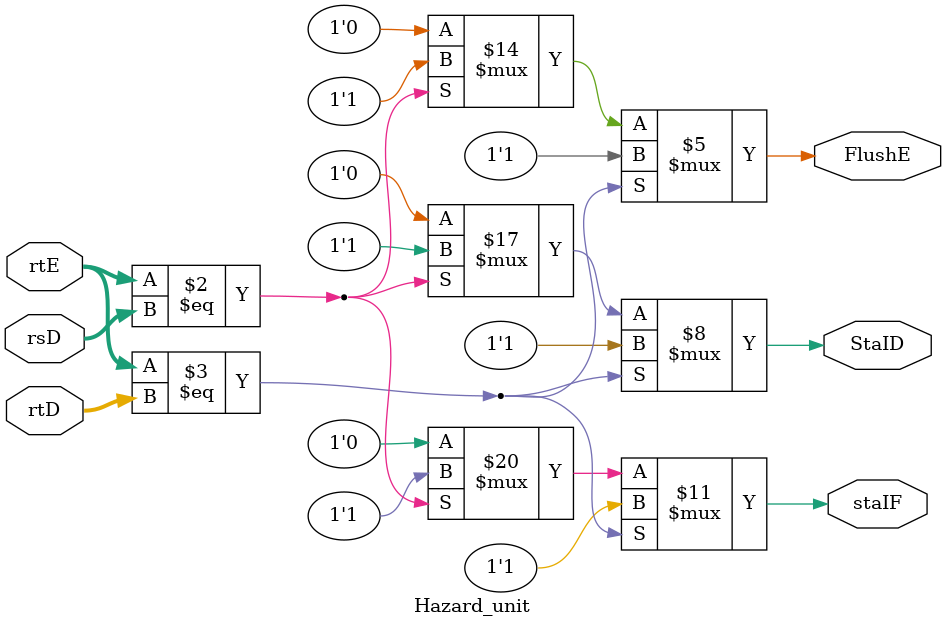
<source format=v>
`timescale 1ns / 1ps

module Hazard_unit
(
 
input [4:0] rtE , rsD , rtD ,

output reg staIF , StaID , FlushE
	 
);

always @(rtE , rsD , rtD )
begin
	staIF =0;
	StaID =0;
	FlushE =0;
	if(rtE == rsD )
	begin
	staIF =1;
	StaID =1;
	FlushE =1;
	end

	if(rtE == rtD )
	begin
	staIF =1;
	StaID =1;
	FlushE =1;
	end

 
end


endmodule

</source>
